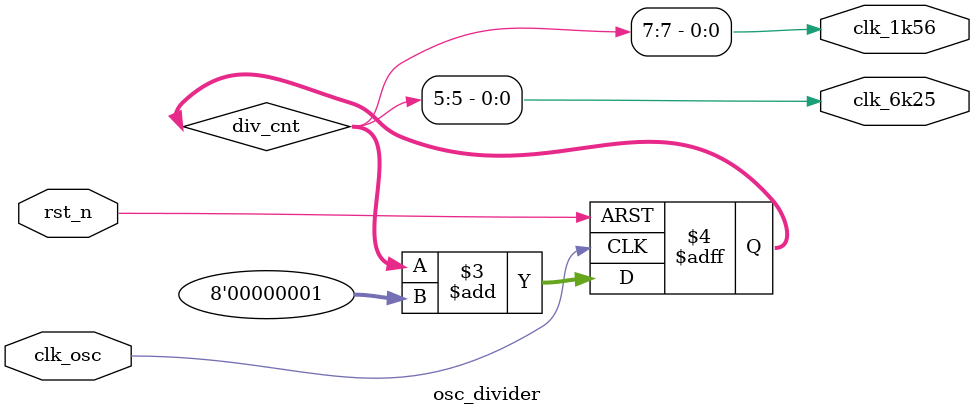
<source format=sv>
`timescale 1ns/1ps

module osc_divider (
    input  logic clk_osc,     // e.g. 400 kHz simulated oscillator
    input  logic rst_n,       // active-low synchronous reset
    output logic clk_6k25,    // ~ clk_osc / 64
    output logic clk_1k56     // ~ clk_osc / 256
);

    // Simple free-running counter
    logic [7:0] div_cnt;

    always_ff @(posedge clk_osc or negedge rst_n) begin
        if (!rst_n)
            div_cnt <= '0;
        else
            div_cnt <= div_cnt + 8'd1;
    end

    // Tap bits to form divided clocks
    // If clk_osc = 400 kHz:
    //   bit 5 -> 400k / 2^6  = 6.25 kHz
    //   bit 7 -> 400k / 2^8  = 1.5625 kHz
    assign clk_6k25 = div_cnt[5];
    assign clk_1k56 = div_cnt[7];

endmodule

</source>
